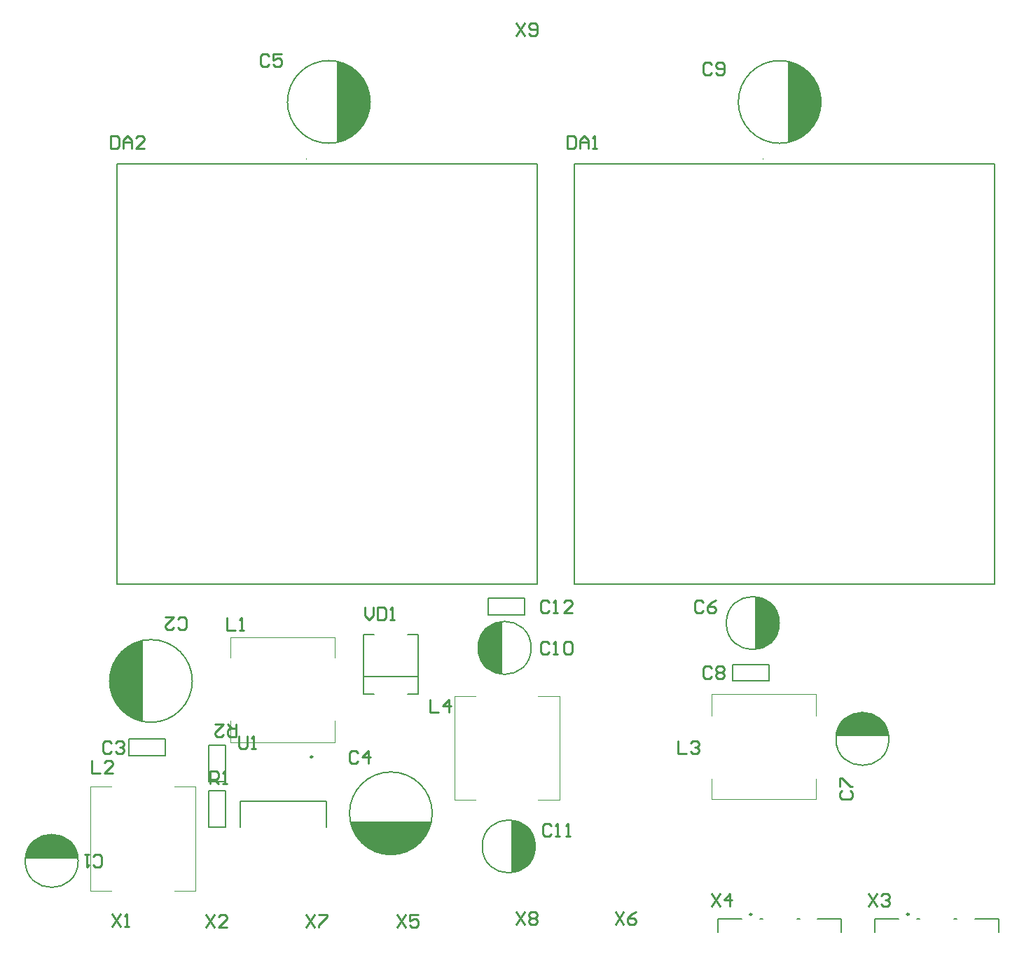
<source format=gbr>
%TF.GenerationSoftware,Altium Limited,Altium Designer,22.4.2 (48)*%
G04 Layer_Color=65535*
%FSLAX45Y45*%
%MOMM*%
%TF.SameCoordinates,24D30104-F170-4498-80AD-2BAA9A99EF50*%
%TF.FilePolarity,Positive*%
%TF.FileFunction,Legend,Top*%
%TF.Part,Single*%
G01*
G75*
%TA.AperFunction,NonConductor*%
%ADD32C,0.25000*%
%ADD33C,0.20000*%
%ADD34C,0.10000*%
%ADD35C,0.25400*%
G36*
X820000Y2155000D02*
X180000D01*
X195000Y2227500D01*
X235000Y2307500D01*
X292500Y2370000D01*
X350000Y2407500D01*
X425000Y2435000D01*
X500000Y2445000D01*
X565000Y2437500D01*
X632500Y2417500D01*
X700000Y2375000D01*
X752500Y2322500D01*
X790000Y2257500D01*
X812500Y2192500D01*
X820000Y2155000D01*
D02*
G37*
G36*
X4110000Y2600000D02*
X5090000D01*
X5075000Y2540000D01*
X5050000Y2482500D01*
X5015000Y2420000D01*
X4980000Y2375000D01*
X4917500Y2312500D01*
X4860000Y2272500D01*
X4757500Y2222500D01*
X4665000Y2202500D01*
X4555000Y2200000D01*
X4482500Y2212500D01*
X4417500Y2232500D01*
X4337500Y2272500D01*
X4272500Y2322500D01*
X4205000Y2392500D01*
X4160000Y2465000D01*
X4115000Y2572500D01*
X4110000Y2597500D01*
Y2600000D01*
D02*
G37*
G36*
X1600000Y4790000D02*
Y3810000D01*
X1540000Y3825000D01*
X1482500Y3850000D01*
X1420000Y3885000D01*
X1375000Y3920000D01*
X1312500Y3982500D01*
X1272500Y4040000D01*
X1222500Y4142500D01*
X1202500Y4235000D01*
X1200000Y4345000D01*
X1212500Y4417500D01*
X1232500Y4482500D01*
X1272500Y4562500D01*
X1322500Y4627500D01*
X1392500Y4695000D01*
X1465000Y4740000D01*
X1572500Y4785000D01*
X1597500Y4790000D01*
X1600000D01*
D02*
G37*
G36*
X3950000Y10810000D02*
Y11790000D01*
X4010000Y11775000D01*
X4067500Y11750000D01*
X4130000Y11715000D01*
X4175000Y11680000D01*
X4237500Y11617500D01*
X4277500Y11560000D01*
X4327500Y11457500D01*
X4347500Y11365000D01*
X4350000Y11255000D01*
X4337500Y11182500D01*
X4317500Y11117500D01*
X4277500Y11037500D01*
X4227500Y10972500D01*
X4157500Y10905000D01*
X4085000Y10860000D01*
X3977500Y10815000D01*
X3952500Y10810000D01*
X3950000D01*
D02*
G37*
G36*
X9460000Y11775000D02*
X9517500Y11750000D01*
X9580000Y11715000D01*
X9625000Y11680000D01*
X9687500Y11617500D01*
X9727500Y11560000D01*
X9777500Y11457500D01*
X9797500Y11365000D01*
X9800000Y11255000D01*
X9787500Y11182500D01*
X9767500Y11117500D01*
X9727500Y11037500D01*
X9677500Y10972500D01*
X9607500Y10905000D01*
X9535000Y10860000D01*
X9427500Y10815000D01*
X9402500Y10810000D01*
X9400000D01*
Y11790000D01*
X9460000Y11775000D01*
D02*
G37*
G36*
X9077500Y5305000D02*
X9157500Y5265000D01*
X9220000Y5207500D01*
X9257500Y5150000D01*
X9285000Y5075000D01*
X9295000Y5000000D01*
X9287500Y4935000D01*
X9267500Y4867500D01*
X9225000Y4800000D01*
X9172500Y4747500D01*
X9107500Y4710000D01*
X9042500Y4687500D01*
X9005000Y4680000D01*
Y5320000D01*
X9077500Y5305000D01*
D02*
G37*
G36*
X5945000Y4380000D02*
X5872500Y4395000D01*
X5792500Y4435000D01*
X5730000Y4492500D01*
X5692500Y4550000D01*
X5665000Y4625000D01*
X5655000Y4700000D01*
X5662500Y4765000D01*
X5682500Y4832500D01*
X5725000Y4900000D01*
X5777500Y4952500D01*
X5842500Y4990000D01*
X5907500Y5012500D01*
X5945000Y5020000D01*
Y4380000D01*
D02*
G37*
G36*
X10365000Y3912500D02*
X10432500Y3892500D01*
X10500000Y3850000D01*
X10552500Y3797500D01*
X10590000Y3732500D01*
X10612500Y3667500D01*
X10620000Y3630000D01*
X9980000D01*
X9995000Y3702500D01*
X10035000Y3782500D01*
X10092500Y3845000D01*
X10150000Y3882500D01*
X10225000Y3910000D01*
X10300000Y3920000D01*
X10365000Y3912500D01*
D02*
G37*
G36*
X6127500Y2605000D02*
X6207500Y2565000D01*
X6270000Y2507500D01*
X6307500Y2450000D01*
X6335000Y2375000D01*
X6345000Y2300000D01*
X6337500Y2235000D01*
X6317500Y2167500D01*
X6275000Y2100000D01*
X6222500Y2047500D01*
X6157500Y2010000D01*
X6092500Y1987500D01*
X6055000Y1980000D01*
Y2620000D01*
X6127500Y2605000D01*
D02*
G37*
D32*
X8962500Y1479000D02*
G03*
X8962500Y1479000I-12500J0D01*
G01*
X10862500D02*
G03*
X10862500Y1479000I-12500J0D01*
G01*
X3653000Y3382500D02*
G03*
X3653000Y3382500I-12500J0D01*
G01*
D33*
X9295000Y5000000D02*
G03*
X9295000Y5000000I-320000J0D01*
G01*
X10620000Y3600000D02*
G03*
X10620000Y3600000I-320000J0D01*
G01*
X4350000Y11300000D02*
G03*
X4350000Y11300000I-500000J0D01*
G01*
X9800000D02*
G03*
X9800000Y11300000I-500000J0D01*
G01*
X6345000Y2300000D02*
G03*
X6345000Y2300000I-320000J0D01*
G01*
X2200000Y4300000D02*
G03*
X2200000Y4300000I-500000J0D01*
G01*
X820000Y2125000D02*
G03*
X820000Y2125000I-320000J0D01*
G01*
X5100000Y2700000D02*
G03*
X5100000Y2700000I-500000J0D01*
G01*
X6295000Y4700000D02*
G03*
X6295000Y4700000I-320000J0D01*
G01*
X8553000Y1420000D02*
X8841500D01*
X9058500D02*
X9091500D01*
X9508500D02*
X9541500D01*
X9758500D02*
X10047000D01*
Y1260500D02*
Y1420000D01*
X8553000Y1260500D02*
Y1420000D01*
X10453000D02*
X10741500D01*
X10958500D02*
X10991500D01*
X11408500D02*
X11441500D01*
X11658500D02*
X11947000D01*
Y1260500D02*
Y1420000D01*
X10453000Y1260500D02*
Y1420000D01*
X5780000Y5100000D02*
X6220000D01*
X5780000Y5300000D02*
X6220000D01*
Y5100000D02*
Y5300000D01*
X5780000Y5100000D02*
Y5300000D01*
X2600000Y3080000D02*
Y3520000D01*
X2400000Y3080000D02*
Y3520000D01*
X2600000D01*
X2400000Y3080000D02*
X2600000D01*
X2779500Y2532500D02*
Y2844500D01*
X3820500D01*
Y2532500D02*
Y2844500D01*
X1430000Y3400000D02*
Y3600000D01*
X1870000Y3400000D02*
Y3600000D01*
X1430000D02*
X1870000D01*
X1430000Y3400000D02*
X1870000D01*
X8730000Y4500000D02*
X9170000D01*
X8730000Y4300000D02*
X9170000D01*
X8730000D02*
Y4500000D01*
X9170000Y4300000D02*
Y4500000D01*
X4270000Y4350000D02*
X4930000D01*
X4800000Y4860000D02*
X4930000D01*
Y4140000D02*
Y4860000D01*
X4800000Y4140000D02*
X4930000D01*
X4270000D02*
X4400000D01*
X4270000D02*
Y4860000D01*
X4400000D01*
X2400000Y2530000D02*
X2600000D01*
X2400000Y2970000D02*
X2600000D01*
X2400000Y2530000D02*
Y2970000D01*
X2600000Y2530000D02*
Y2970000D01*
X11894000Y5474000D02*
Y10554000D01*
X6814000D02*
X11894000D01*
X6814000Y5474000D02*
Y10554000D01*
Y5474000D02*
X11894000D01*
X1290000D02*
X6370000D01*
X1290000D02*
Y10554000D01*
X6370000D01*
Y5474000D02*
Y10554000D01*
D34*
X9100000Y10615000D02*
G03*
X9100000Y10605000I0J-5000D01*
G01*
D02*
G03*
X9100000Y10615000I0J5000D01*
G01*
X3576000Y10605000D02*
G03*
X3576000Y10615000I0J5000D01*
G01*
D02*
G03*
X3576000Y10605000I0J-5000D01*
G01*
X5370000Y2860000D02*
Y4120000D01*
X6640000Y2860000D02*
Y4120000D01*
X6380000Y2860000D02*
X6640000D01*
X6380000Y4120000D02*
X6640000D01*
X5370000Y2860000D02*
X5620000D01*
X5370000Y4120000D02*
X5620000D01*
X3920000Y4580000D02*
Y4830000D01*
X2660000Y4580000D02*
Y4830000D01*
X3920000Y3560000D02*
Y3820000D01*
X2660000Y3560000D02*
Y3820000D01*
Y3560000D02*
X3920000D01*
X2660000Y4830000D02*
X3920000D01*
X970000Y3020000D02*
X1220000D01*
X970000Y1760000D02*
X1220000D01*
X1980000Y3020000D02*
X2240000D01*
X1980000Y1760000D02*
X2240000D01*
Y3020000D01*
X970000Y1760000D02*
Y3020000D01*
X8480000Y2870000D02*
X9740000D01*
X8480000Y4140000D02*
X9740000D01*
Y3880000D02*
Y4140000D01*
X8480000Y3880000D02*
Y4140000D01*
X9740000Y2870000D02*
Y3120000D01*
X8480000Y2870000D02*
Y3120000D01*
D35*
X6113590Y1507361D02*
X6215157Y1355010D01*
Y1507361D02*
X6113590Y1355010D01*
X6265941Y1481969D02*
X6291333Y1507361D01*
X6342116D01*
X6367508Y1481969D01*
Y1456577D01*
X6342116Y1431185D01*
X6367508Y1405793D01*
Y1380402D01*
X6342116Y1355010D01*
X6291333D01*
X6265941Y1380402D01*
Y1405793D01*
X6291333Y1431185D01*
X6265941Y1456577D01*
Y1481969D01*
X6291333Y1431185D02*
X6342116D01*
X3573041Y1476175D02*
X3674609Y1323825D01*
Y1476175D02*
X3573041Y1323825D01*
X3725392Y1476175D02*
X3826959D01*
Y1450783D01*
X3725392Y1349217D01*
Y1323825D01*
X8473230Y1732141D02*
X8574797Y1579790D01*
Y1732141D02*
X8473230Y1579790D01*
X8701756D02*
Y1732141D01*
X8625581Y1655965D01*
X8727148D01*
X10373230Y1732141D02*
X10474797Y1579790D01*
Y1732141D02*
X10373230Y1579790D01*
X10525581Y1706749D02*
X10550973Y1732141D01*
X10601756D01*
X10627148Y1706749D01*
Y1681357D01*
X10601756Y1655965D01*
X10576364D01*
X10601756D01*
X10627148Y1630574D01*
Y1605182D01*
X10601756Y1579790D01*
X10550973D01*
X10525581Y1605182D01*
X984360Y3337771D02*
Y3185420D01*
X1085927D01*
X1238278D02*
X1136711D01*
X1238278Y3286987D01*
Y3312379D01*
X1212886Y3337771D01*
X1162103D01*
X1136711Y3312379D01*
X2615040Y5067511D02*
Y4915160D01*
X2716607D01*
X2767391D02*
X2818174D01*
X2792783D01*
Y5067511D01*
X2767391Y5042119D01*
X2764900Y3634951D02*
Y3507992D01*
X2790292Y3482600D01*
X2841076D01*
X2866467Y3507992D01*
Y3634951D01*
X2917251Y3482600D02*
X2968034D01*
X2942643D01*
Y3634951D01*
X2917251Y3609559D01*
X2414380Y3055880D02*
Y3208231D01*
X2490556D01*
X2515947Y3182839D01*
Y3132055D01*
X2490556Y3106664D01*
X2414380D01*
X2465164D02*
X2515947Y3055880D01*
X2566731D02*
X2617514D01*
X2592123D01*
Y3208231D01*
X2566731Y3182839D01*
X7313242Y1508357D02*
X7414810Y1356007D01*
Y1508357D02*
X7313242Y1356007D01*
X7567160Y1508357D02*
X7516377Y1482966D01*
X7465593Y1432182D01*
Y1381399D01*
X7490985Y1356007D01*
X7541769D01*
X7567160Y1381399D01*
Y1406790D01*
X7541769Y1432182D01*
X7465593D01*
X6111160Y12249291D02*
X6212727Y12096940D01*
Y12249291D02*
X6111160Y12096940D01*
X6263511Y12122332D02*
X6288903Y12096940D01*
X6339686D01*
X6365078Y12122332D01*
Y12223899D01*
X6339686Y12249291D01*
X6288903D01*
X6263511Y12223899D01*
Y12198507D01*
X6288903Y12173115D01*
X6365078D01*
X5073041Y4076175D02*
Y3923825D01*
X5174608D01*
X5301567D02*
Y4076175D01*
X5225392Y4000000D01*
X5326959D01*
X8073041Y3576175D02*
Y3423825D01*
X8174608D01*
X8225392Y3550784D02*
X8250784Y3576175D01*
X8301567D01*
X8326959Y3550784D01*
Y3525392D01*
X8301567Y3500000D01*
X8276175D01*
X8301567D01*
X8326959Y3474608D01*
Y3449217D01*
X8301567Y3423825D01*
X8250784D01*
X8225392Y3449217D01*
X1210040Y10888451D02*
Y10736100D01*
X1286216D01*
X1311607Y10761492D01*
Y10863059D01*
X1286216Y10888451D01*
X1210040D01*
X1362391Y10736100D02*
Y10837667D01*
X1413174Y10888451D01*
X1463958Y10837667D01*
Y10736100D01*
Y10812275D01*
X1362391D01*
X1616309Y10736100D02*
X1514742D01*
X1616309Y10837667D01*
Y10863059D01*
X1590917Y10888451D01*
X1540134D01*
X1514742Y10863059D01*
X6734480Y10886611D02*
Y10734260D01*
X6810655D01*
X6836047Y10759652D01*
Y10861219D01*
X6810655Y10886611D01*
X6734480D01*
X6886831Y10734260D02*
Y10835827D01*
X6937614Y10886611D01*
X6988398Y10835827D01*
Y10734260D01*
Y10810435D01*
X6886831D01*
X7039182Y10734260D02*
X7089965D01*
X7064573D01*
Y10886611D01*
X7039182Y10861219D01*
X6536521Y2550784D02*
X6511129Y2576175D01*
X6460345D01*
X6434954Y2550784D01*
Y2449217D01*
X6460345Y2423825D01*
X6511129D01*
X6536521Y2449217D01*
X6587304Y2423825D02*
X6638088D01*
X6612696D01*
Y2576175D01*
X6587304Y2550784D01*
X6714263Y2423825D02*
X6765047D01*
X6739655D01*
Y2576175D01*
X6714263Y2550784D01*
X8474608Y11750783D02*
X8449217Y11776175D01*
X8398433D01*
X8373041Y11750783D01*
Y11649216D01*
X8398433Y11623825D01*
X8449217D01*
X8474608Y11649216D01*
X8525392D02*
X8550784Y11623825D01*
X8601567D01*
X8626959Y11649216D01*
Y11750783D01*
X8601567Y11776175D01*
X8550784D01*
X8525392Y11750783D01*
Y11725392D01*
X8550784Y11700000D01*
X8626959D01*
X6511129Y5250784D02*
X6485737Y5276176D01*
X6434953D01*
X6409561Y5250784D01*
Y5149217D01*
X6434953Y5123825D01*
X6485737D01*
X6511129Y5149217D01*
X6561912Y5123825D02*
X6612696D01*
X6587304D01*
Y5276176D01*
X6561912Y5250784D01*
X6790438Y5123825D02*
X6688871D01*
X6790438Y5225392D01*
Y5250784D01*
X6765046Y5276176D01*
X6714263D01*
X6688871Y5250784D01*
X8474608Y4450784D02*
X8449217Y4476175D01*
X8398433D01*
X8373041Y4450784D01*
Y4349217D01*
X8398433Y4323825D01*
X8449217D01*
X8474608Y4349217D01*
X8525392Y4450784D02*
X8550784Y4476175D01*
X8601567D01*
X8626959Y4450784D01*
Y4425392D01*
X8601567Y4400000D01*
X8626959Y4374608D01*
Y4349217D01*
X8601567Y4323825D01*
X8550784D01*
X8525392Y4349217D01*
Y4374608D01*
X8550784Y4400000D01*
X8525392Y4425392D01*
Y4450784D01*
X8550784Y4400000D02*
X8601567D01*
X10049216Y2974608D02*
X10023825Y2949216D01*
Y2898433D01*
X10049216Y2873041D01*
X10150783D01*
X10176175Y2898433D01*
Y2949216D01*
X10150783Y2974608D01*
X10023825Y3025392D02*
Y3126959D01*
X10049216D01*
X10150783Y3025392D01*
X10176175D01*
X3124608Y11850784D02*
X3099217Y11876175D01*
X3048433D01*
X3023041Y11850784D01*
Y11749217D01*
X3048433Y11723825D01*
X3099217D01*
X3124608Y11749217D01*
X3276959Y11876175D02*
X3175392D01*
Y11800000D01*
X3226175Y11825392D01*
X3251567D01*
X3276959Y11800000D01*
Y11749217D01*
X3251567Y11723825D01*
X3200784D01*
X3175392Y11749217D01*
X8374608Y5250784D02*
X8349216Y5276175D01*
X8298433D01*
X8273041Y5250784D01*
Y5149217D01*
X8298433Y5123825D01*
X8349216D01*
X8374608Y5149217D01*
X8526959Y5276175D02*
X8476175Y5250784D01*
X8425392Y5200000D01*
Y5149217D01*
X8450784Y5123825D01*
X8501567D01*
X8526959Y5149217D01*
Y5174608D01*
X8501567Y5200000D01*
X8425392D01*
X6511129Y4750784D02*
X6485737Y4776176D01*
X6434954D01*
X6409562Y4750784D01*
Y4649217D01*
X6434954Y4623825D01*
X6485737D01*
X6511129Y4649217D01*
X6561912Y4623825D02*
X6612696D01*
X6587304D01*
Y4776176D01*
X6561912Y4750784D01*
X6688871D02*
X6714263Y4776176D01*
X6765047D01*
X6790439Y4750784D01*
Y4649217D01*
X6765047Y4623825D01*
X6714263D01*
X6688871Y4649217D01*
Y4750784D01*
X4202507Y3429219D02*
X4177116Y3454611D01*
X4126332D01*
X4100940Y3429219D01*
Y3327652D01*
X4126332Y3302260D01*
X4177116D01*
X4202507Y3327652D01*
X4329466Y3302260D02*
Y3454611D01*
X4253291Y3378435D01*
X4354858D01*
X2025392Y4949216D02*
X2050784Y4923824D01*
X2101567D01*
X2126959Y4949216D01*
Y5050783D01*
X2101567Y5076175D01*
X2050784D01*
X2025392Y5050783D01*
X1873041Y5076175D02*
X1974608D01*
X1873041Y4974608D01*
Y4949216D01*
X1898433Y4923824D01*
X1949216D01*
X1974608Y4949216D01*
X1000000Y2074216D02*
X1025392Y2048824D01*
X1076175D01*
X1101567Y2074216D01*
Y2175783D01*
X1076175Y2201175D01*
X1025392D01*
X1000000Y2175783D01*
X949217Y2201175D02*
X898433D01*
X923825D01*
Y2048824D01*
X949217Y2074216D01*
X1224608Y3550784D02*
X1199217Y3576175D01*
X1148433D01*
X1123041Y3550784D01*
Y3449217D01*
X1148433Y3423825D01*
X1199217D01*
X1224608Y3449217D01*
X1275392Y3550784D02*
X1300784Y3576175D01*
X1351567D01*
X1376959Y3550784D01*
Y3525392D01*
X1351567Y3500000D01*
X1326175D01*
X1351567D01*
X1376959Y3474608D01*
Y3449217D01*
X1351567Y3423825D01*
X1300784D01*
X1275392Y3449217D01*
X4284980Y5189171D02*
Y5087603D01*
X4335763Y5036820D01*
X4386547Y5087603D01*
Y5189171D01*
X4437331D02*
Y5036820D01*
X4513506D01*
X4538898Y5062212D01*
Y5163779D01*
X4513506Y5189171D01*
X4437331D01*
X4589681Y5036820D02*
X4640465D01*
X4615073D01*
Y5189171D01*
X4589681Y5163779D01*
X4673041Y1476175D02*
X4774608Y1323825D01*
Y1476175D02*
X4673041Y1323825D01*
X4926959Y1476175D02*
X4825392D01*
Y1400000D01*
X4876175Y1425392D01*
X4901567D01*
X4926959Y1400000D01*
Y1349217D01*
X4901567Y1323825D01*
X4850784D01*
X4825392Y1349217D01*
X1232735Y1481196D02*
X1334302Y1328845D01*
Y1481196D02*
X1232735Y1328845D01*
X1385086D02*
X1435869D01*
X1410477D01*
Y1481196D01*
X1385086Y1455804D01*
X2365041Y1476175D02*
X2466608Y1323825D01*
Y1476175D02*
X2365041Y1323825D01*
X2618959D02*
X2517392D01*
X2618959Y1425392D01*
Y1450783D01*
X2593567Y1476175D01*
X2542784D01*
X2517392Y1450783D01*
X2726959Y3776175D02*
Y3623825D01*
X2650784D01*
X2625392Y3649216D01*
Y3700000D01*
X2650784Y3725392D01*
X2726959D01*
X2676176D02*
X2625392Y3776175D01*
X2473041D02*
X2574609D01*
X2473041Y3674608D01*
Y3649216D01*
X2498433Y3623825D01*
X2549217D01*
X2574609Y3649216D01*
%TF.MD5,aaeb56f7c4e9c806d9ba11c419040582*%
M02*

</source>
